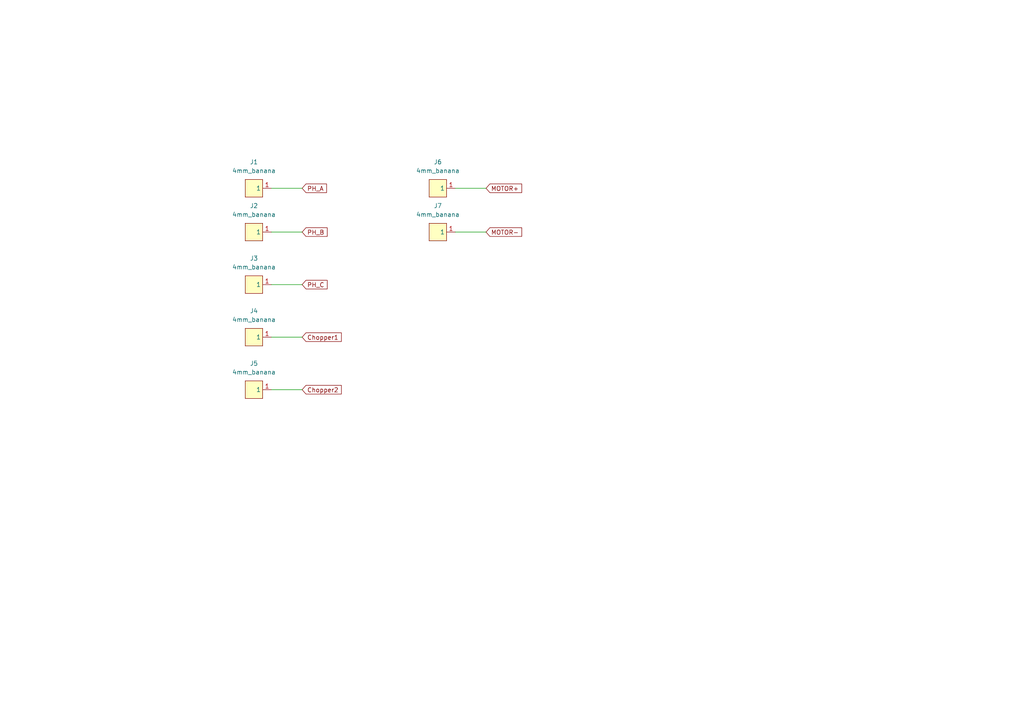
<source format=kicad_sch>
(kicad_sch (version 20211123) (generator eeschema)
  (paper "A4")
  (title_block (date "2022-12-20"))
  (lib_symbols
    (symbol "ee463_symbol_library:4mm_banana"
      (property "Reference" "J" (at 5.08 5.08 0))
      (property "Value" "4mm_banana" (at -3.81 5.08 0))
      (symbol "4mm_banana_0_1"
        (rectangle (start -2.54 2.54) (end 2.54 -2.54) (fill (type background)))
      )
      (symbol "4mm_banana_1_1"
        (pin power_in line (at -5.08 0 0) (length 2.54) (name "1") (number "1"))
      )
    )
  )
  (wire (pts (xy 78.74 113.03) (xy 87.63 113.03)))
  (wire (pts (xy 78.74 54.61) (xy 87.63 54.61)))
  (wire (pts (xy 78.74 67.31) (xy 87.63 67.31)))
  (wire (pts (xy 78.74 97.79) (xy 87.63 97.79)))
  (wire (pts (xy 132.08 54.61) (xy 140.97 54.61)))
  (wire (pts (xy 78.74 82.55) (xy 87.63 82.55)))
  (wire (pts (xy 132.08 67.31) (xy 140.97 67.31)))
  (global_label "MOTOR-" (shape input) (at 140.97 67.31 0) (property "Intersheet References" "${INTERSHEET_REFS}" (effects hide)))
  (global_label "MOTOR+" (shape input) (at 140.97 54.61 0) (property "Intersheet References" "${INTERSHEET_REFS}" (effects hide)))
  (global_label "Chopper2" (shape input) (at 87.63 113.03 0) (property "Intersheet References" "${INTERSHEET_REFS}" (effects hide)))
  (global_label "Chopper1" (shape input) (at 87.63 97.79 0) (property "Intersheet References" "${INTERSHEET_REFS}" (effects hide)))
  (global_label "PH_B" (shape input) (at 87.63 67.31 0) (property "Intersheet References" "${INTERSHEET_REFS}" (effects hide)))
  (global_label "PH_A" (shape input) (at 87.63 54.61 0) (property "Intersheet References" "${INTERSHEET_REFS}" (effects hide)))
  (global_label "PH_C" (shape input) (at 87.63 82.55 0) (property "Intersheet References" "${INTERSHEET_REFS}" (effects hide)))
  (symbol (lib_id "ee463_symbol_library:4mm_banana") (at 73.66 82.55 180) (unit 1)
    (property "Reference" "J3" (at 73.66 74.93 0))
    (property "Value" "4mm_banana" (at 73.66 77.47 0))
  )
  (symbol (lib_id "ee463_symbol_library:4mm_banana") (at 73.66 67.31 180) (unit 1)
    (property "Reference" "J2" (at 73.66 59.69 0))
    (property "Value" "4mm_banana" (at 73.66 62.23 0))
  )
  (symbol (lib_id "ee463_symbol_library:4mm_banana") (at 73.66 54.61 180) (unit 1)
    (property "Reference" "J1" (at 73.66 46.99 0))
    (property "Value" "4mm_banana" (at 73.66 49.53 0))
    (property "Footprint" "ee463_footprint_lib:4mm_banana" (effects hide))
  )
  (symbol (lib_id "ee463_symbol_library:4mm_banana") (at 73.66 97.79 180) (unit 1)
    (property "Reference" "J4" (at 73.66 90.17 0))
    (property "Value" "4mm_banana" (at 73.66 92.71 0))
  )
  (symbol (lib_id "ee463_symbol_library:4mm_banana") (at 73.66 113.03 180) (unit 1)
    (property "Reference" "J5" (at 73.66 105.41 0))
    (property "Value" "4mm_banana" (at 73.66 107.95 0))
  )
  (symbol (lib_id "ee463_symbol_library:4mm_banana") (at 127 67.31 180) (unit 1)
    (property "Reference" "J7" (at 127 59.69 0))
    (property "Value" "4mm_banana" (at 127 62.23 0))
  )
  (symbol (lib_id "ee463_symbol_library:4mm_banana") (at 127 54.61 180) (unit 1)
    (property "Reference" "J6" (at 127 46.99 0))
    (property "Value" "4mm_banana" (at 127 49.53 0))
  )
)
</source>
